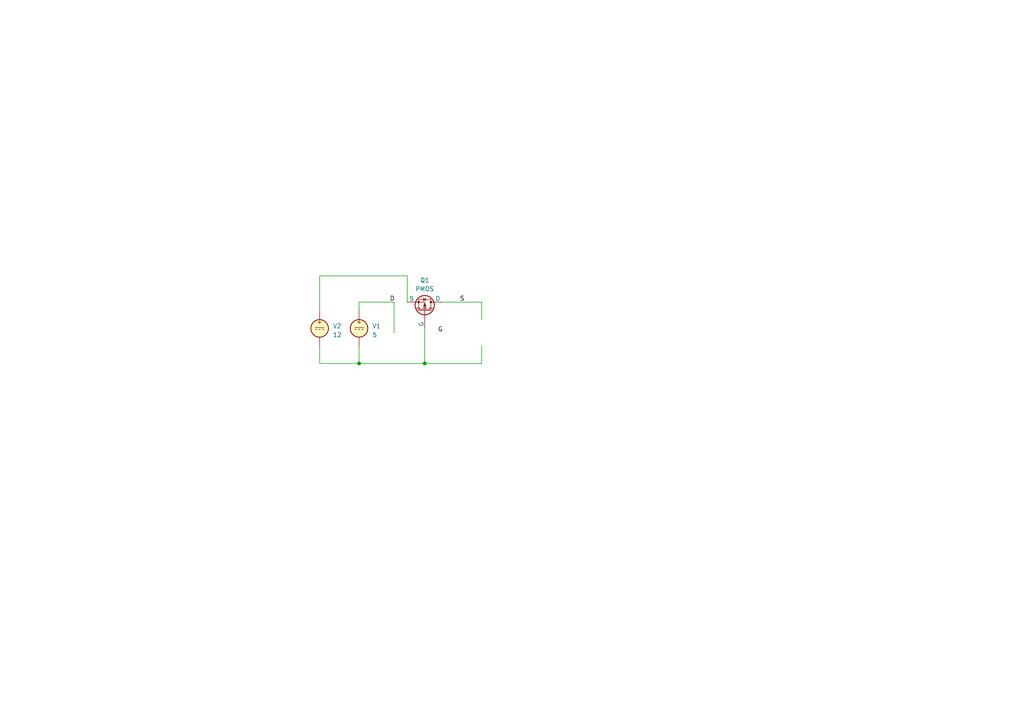
<source format=kicad_sch>
(kicad_sch (version 20230121) (generator eeschema)
  (paper "A4")
  (lib_symbols
    (symbol "Simulation_SPICE:PMOS" (pin_numbers hide) (pin_names (offset 0))
      (property "Reference" "Q" (at 5.08 1.27 0))
      (property "Value" "PMOS" (at 5.08 -1.27 0))
      (symbol "PMOS_0_1"
        (polyline (pts (xy 0.254 0) (xy -2.54 0)))
        (polyline (pts (xy 0.254 1.905) (xy 0.254 -1.905)) (stroke (width 0.254)))
        (polyline (pts (xy 0.762 -1.27) (xy 0.762 -2.286)) (stroke (width 0.254)))
        (polyline (pts (xy 0.762 0.508) (xy 0.762 -0.508)) (stroke (width 0.254)))
        (polyline (pts (xy 0.762 2.286) (xy 0.762 1.27)) (stroke (width 0.254)))
        (polyline (pts (xy 2.54 2.54) (xy 2.54 1.778)))
        (polyline (pts (xy 2.54 -2.54) (xy 2.54 0) (xy 0.762 0)))
        (polyline (pts (xy 0.762 1.778) (xy 3.302 1.778) (xy 3.302 -1.778) (xy 0.762 -1.778)))
        (polyline (pts (xy 2.286 0) (xy 1.27 0.381) (xy 1.27 -0.381) (xy 2.286 0)) (fill (type outline)))
        (polyline (pts (xy 2.794 -0.508) (xy 2.921 -0.381) (xy 3.683 -0.381) (xy 3.81 -0.254)))
        (polyline (pts (xy 3.302 -0.381) (xy 2.921 0.254) (xy 3.683 0.254) (xy 3.302 -0.381)))
        (circle (center 1.651 0) (radius 2.794) (stroke (width 0.254)))
        (circle (center 2.54 -1.778) (radius 0.254) (fill (type outline)))
        (circle (center 2.54 1.778) (radius 0.254) (fill (type outline)))
      )
      (symbol "PMOS_1_1"
        (pin passive line (at 2.54 5.08 270) (length 2.54) (name "D") (number "1"))
        (pin input line (at -5.08 0 0) (length 2.54) (name "G") (number "2"))
        (pin passive line (at 2.54 -5.08 90) (length 2.54) (name "S") (number "3"))
      )
    )
    (symbol "Simulation_SPICE:VDC" (pin_numbers hide) (pin_names (offset 0.0254))
      (property "Reference" "V" (at 2.54 2.54 0))
      (property "Value" "1" (at 2.54 0 0))
      (symbol "VDC_0_0"
        (polyline (pts (xy -1.27 0.254) (xy 1.27 0.254)))
        (polyline (pts (xy -0.762 -0.254) (xy -1.27 -0.254)))
        (polyline (pts (xy 0.254 -0.254) (xy -0.254 -0.254)))
        (polyline (pts (xy 1.27 -0.254) (xy 0.762 -0.254)))
        (text "+" (at 0 1.905 0) (effects (font (size 1.27 1.27))))
      )
      (symbol "VDC_0_1"
        (circle (center 0 0) (radius 2.54) (stroke (width 0.254)) (fill (type background)))
      )
      (symbol "VDC_1_1"
        (pin passive line (at 0 5.08 270) (length 2.54) (name "~") (number "1"))
        (pin passive line (at 0 -5.08 90) (length 2.54) (name "~") (number "2"))
      )
    )
  )
  (junction (at 104.14 105.41))
  (junction (at 123.19 105.41))
  (wire (pts (xy 104.14 105.41) (xy 123.19 105.41)))
  (wire (pts (xy 139.7 105.41) (xy 139.7 100.33)))
  (wire (pts (xy 104.14 105.41) (xy 104.14 100.33)))
  (wire (pts (xy 92.71 80.01) (xy 118.11 80.01)))
  (wire (pts (xy 92.71 90.17) (xy 92.71 80.01)))
  (wire (pts (xy 139.7 87.63) (xy 128.27 87.63)))
  (wire (pts (xy 104.14 87.63) (xy 104.14 90.17)))
  (wire (pts (xy 139.7 92.71) (xy 139.7 87.63)))
  (wire (pts (xy 118.11 80.01) (xy 118.11 87.63)))
  (wire (pts (xy 92.71 100.33) (xy 92.71 105.41)))
  (wire (pts (xy 92.71 105.41) (xy 104.14 105.41)))
  (wire (pts (xy 114.3 87.63) (xy 114.3 96.52)))
  (wire (pts (xy 123.19 95.25) (xy 123.19 105.41)))
  (wire (pts (xy 104.14 87.63) (xy 114.3 87.63)))
  (wire (pts (xy 123.19 105.41) (xy 139.7 105.41)))
  (label "S" (at 133.35 87.63 0))
  (label "G" (at 127 96.52 0))
  (label "D" (at 113.03 87.63 0))
  (symbol (lib_id "Simulation_SPICE:VDC") (at 92.71 95.25 0) (unit 1)
    (property "Reference" "V2" (at 96.52 94.5792 0) (effects (justify left)))
    (property "Value" "12" (at 96.52 97.1192 0) (effects (justify left)))
    (property "Sim.Pins" "1=+ 2=-" (effects hide))
    (property "Sim.Type" "DC" (effects hide))
    (property "Sim.Device" "V" (effects hide))
  )
  (symbol (lib_id "Simulation_SPICE:VDC") (at 104.14 95.25 0) (unit 1)
    (property "Reference" "V1" (at 107.95 94.5792 0) (effects (justify left)))
    (property "Value" "5" (at 107.95 97.1192 0) (effects (justify left)))
    (property "Sim.Pins" "1=+ 2=-" (effects hide))
    (property "Sim.Type" "DC" (effects hide))
    (property "Sim.Device" "V" (effects hide))
  )
  (symbol (lib_id "Simulation_SPICE:PMOS") (at 123.19 90.17 270) (mirror x) (unit 1)
    (property "Reference" "Q1" (at 123.19 81.28 90))
    (property "Value" "PMOS" (at 123.19 83.82 90))
    (property "Datasheet" "https://ngspice.sourceforge.io/docs/ngspice-manual.pdf" (effects hide))
    (property "Sim.Device" "PMOS" (effects hide))
    (property "Sim.Type" "VDMOS" (effects hide))
    (property "Sim.Pins" "1=D 2=G 3=S" (effects hide))
  )
)
</source>
